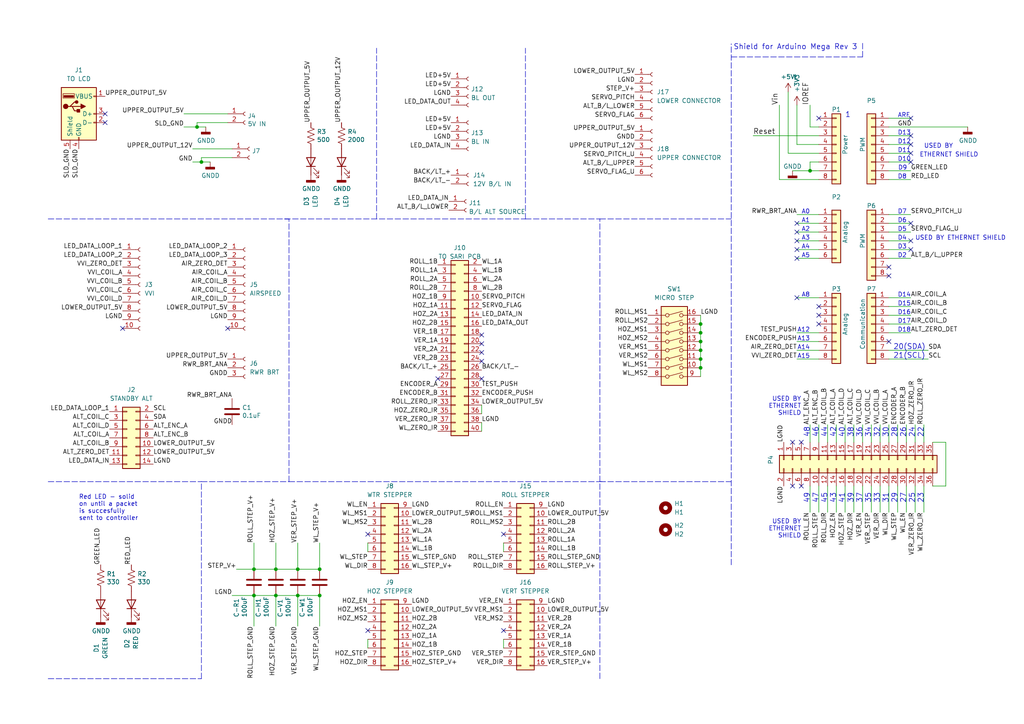
<source format=kicad_sch>
(kicad_sch (version 20211123) (generator eeschema)
  (paper "A4")
  (title_block (date "mar. 31 mars 2015"))
  (junction (at 86.36 165.1))
  (junction (at 73.66 165.1))
  (junction (at 73.66 172.72))
  (junction (at 58.42 46.99))
  (junction (at 203.2 106.68))
  (junction (at 86.36 172.72))
  (junction (at 234.95 49.53))
  (junction (at 57.15 36.83))
  (junction (at 80.01 172.72))
  (junction (at 203.2 96.52))
  (junction (at 203.2 104.14))
  (junction (at 203.2 93.98))
  (junction (at 92.71 172.72))
  (junction (at 80.01 165.1))
  (junction (at 203.2 101.6))
  (junction (at 203.2 99.06))
  (junction (at 92.71 165.1))
  (no_connect (at 231.14 69.85))
  (no_connect (at 237.49 93.98))
  (no_connect (at 237.49 91.44))
  (no_connect (at 237.49 88.9))
  (no_connect (at 231.14 86.36))
  (no_connect (at 257.81 99.06))
  (no_connect (at 264.16 64.77))
  (no_connect (at 264.16 46.99))
  (no_connect (at 257.81 77.47))
  (no_connect (at 231.14 74.93))
  (no_connect (at 264.16 41.91))
  (no_connect (at 264.16 34.29))
  (no_connect (at 264.16 72.39))
  (no_connect (at 127 109.855))
  (no_connect (at 139.7 104.775))
  (no_connect (at 231.14 72.39))
  (no_connect (at 257.81 80.01))
  (no_connect (at 264.16 44.45))
  (no_connect (at 264.16 39.37))
  (no_connect (at 231.14 64.77))
  (no_connect (at 139.7 97.155))
  (no_connect (at 66.04 95.25))
  (no_connect (at 264.16 69.85))
  (no_connect (at 106.68 154.94))
  (no_connect (at 139.7 99.695))
  (no_connect (at 106.68 182.88))
  (no_connect (at 146.05 182.88))
  (no_connect (at 35.56 95.25))
  (no_connect (at 237.49 34.29))
  (no_connect (at 146.05 154.94))
  (no_connect (at 139.7 109.855))
  (no_connect (at 139.7 102.235))
  (no_connect (at 30.48 35.56))
  (no_connect (at 30.48 33.02))
  (no_connect (at 231.14 67.31))
  (no_connect (at 232.41 140.97))
  (no_connect (at 229.87 140.97))
  (no_connect (at 232.41 128.27))
  (no_connect (at 229.87 128.27))
  (polyline (pts (xy 152.4 63.5) (xy 152.4 13.97)))
  (wire (pts (xy 237.49 49.53) (xy 234.95 49.53)))
  (wire (pts (xy 218.44 39.37) (xy 237.49 39.37)))
  (wire (pts (xy 228.6 26.67) (xy 228.6 44.45)))
  (wire (pts (xy 257.81 39.37) (xy 264.16 39.37)))
  (wire (pts (xy 240.03 128.27) (xy 240.03 123.19)))
  (wire (pts (xy 203.2 99.06) (xy 203.2 101.6)))
  (polyline (pts (xy 82.55 63.5) (xy 152.4 63.5)))
  (wire (pts (xy 274.32 140.97) (xy 270.51 140.97)))
  (wire (pts (xy 257.81 104.14) (xy 269.24 104.14)))
  (wire (pts (xy 260.35 128.27) (xy 260.35 123.19)))
  (wire (pts (xy 73.66 172.72) (xy 80.01 172.72)))
  (wire (pts (xy 264.16 72.39) (xy 257.81 72.39)))
  (wire (pts (xy 237.49 46.99) (xy 234.95 46.99)))
  (wire (pts (xy 274.32 128.27) (xy 274.32 140.97)))
  (wire (pts (xy 146.05 157.48) (xy 146.05 160.02)))
  (wire (pts (xy 237.49 36.83) (xy 234.95 36.83)))
  (wire (pts (xy 257.81 91.44) (xy 264.16 91.44)))
  (wire (pts (xy 203.2 93.98) (xy 203.2 96.52)))
  (wire (pts (xy 57.15 35.56) (xy 57.15 36.83)))
  (wire (pts (xy 66.04 35.56) (xy 57.15 35.56)))
  (wire (pts (xy 203.2 104.14) (xy 203.2 106.68)))
  (wire (pts (xy 240.03 140.97) (xy 240.03 148.59)))
  (polyline (pts (xy 173.99 63.5) (xy 212.09 63.5)))
  (wire (pts (xy 67.31 172.72) (xy 73.66 172.72)))
  (wire (pts (xy 237.49 96.52) (xy 231.14 96.52)))
  (wire (pts (xy 237.49 72.39) (xy 231.14 72.39)))
  (polyline (pts (xy 13.97 139.7) (xy 58.42 139.7)))
  (wire (pts (xy 73.66 157.48) (xy 73.66 165.1)))
  (wire (pts (xy 247.65 140.97) (xy 247.65 148.59)))
  (wire (pts (xy 265.43 140.97) (xy 265.43 148.59)))
  (wire (pts (xy 226.06 52.07) (xy 226.06 30.48)))
  (wire (pts (xy 58.42 46.99) (xy 60.96 46.99)))
  (wire (pts (xy 257.81 44.45) (xy 264.16 44.45)))
  (wire (pts (xy 234.95 36.83) (xy 234.95 30.48)))
  (wire (pts (xy 237.49 62.23) (xy 231.14 62.23)))
  (wire (pts (xy 203.2 106.68) (xy 203.2 109.22)))
  (wire (pts (xy 264.16 69.85) (xy 257.81 69.85)))
  (wire (pts (xy 231.14 41.91) (xy 237.49 41.91)))
  (wire (pts (xy 257.81 74.93) (xy 264.16 74.93)))
  (wire (pts (xy 68.58 165.1) (xy 73.66 165.1)))
  (wire (pts (xy 237.49 99.06) (xy 231.14 99.06)))
  (wire (pts (xy 86.36 172.72) (xy 92.71 172.72)))
  (wire (pts (xy 139.7 122.555) (xy 139.7 125.095)))
  (wire (pts (xy 92.71 181.61) (xy 92.71 172.72)))
  (wire (pts (xy 234.95 128.27) (xy 234.95 123.19)))
  (wire (pts (xy 106.68 157.48) (xy 106.68 160.02)))
  (wire (pts (xy 245.11 128.27) (xy 245.11 123.19)))
  (polyline (pts (xy 212.09 163.83) (xy 212.09 12.7)))
  (polyline (pts (xy 250.19 16.51) (xy 250.19 12.065)))
  (wire (pts (xy 255.27 140.97) (xy 255.27 148.59)))
  (wire (pts (xy 257.81 128.27) (xy 257.81 123.19)))
  (wire (pts (xy 257.81 86.36) (xy 264.16 86.36)))
  (wire (pts (xy 262.89 128.27) (xy 262.89 123.19)))
  (wire (pts (xy 57.15 36.83) (xy 59.69 36.83)))
  (polyline (pts (xy 152.4 63.5) (xy 173.99 63.5)))
  (polyline (pts (xy 212.09 16.51) (xy 250.19 16.51)))
  (wire (pts (xy 106.68 185.42) (xy 106.68 187.96)))
  (wire (pts (xy 234.95 49.53) (xy 229.87 49.53)))
  (polyline (pts (xy 58.42 196.85) (xy 58.42 139.7)))
  (wire (pts (xy 237.49 128.27) (xy 237.49 123.19)))
  (wire (pts (xy 234.95 140.97) (xy 234.95 148.59)))
  (polyline (pts (xy 173.99 139.7) (xy 173.99 63.5)))
  (wire (pts (xy 237.49 101.6) (xy 231.14 101.6)))
  (wire (pts (xy 257.81 49.53) (xy 264.16 49.53)))
  (wire (pts (xy 55.88 43.18) (xy 67.31 43.18)))
  (polyline (pts (xy 173.99 139.7) (xy 212.09 139.7)))
  (wire (pts (xy 252.73 128.27) (xy 252.73 123.19)))
  (wire (pts (xy 203.2 91.44) (xy 203.2 93.98)))
  (polyline (pts (xy 83.82 139.7) (xy 83.82 63.5)))
  (polyline (pts (xy 13.97 63.5) (xy 83.82 63.5)))
  (wire (pts (xy 237.49 86.36) (xy 231.14 86.36)))
  (wire (pts (xy 245.11 140.97) (xy 245.11 148.59)))
  (wire (pts (xy 267.97 140.97) (xy 267.97 148.59)))
  (wire (pts (xy 257.81 46.99) (xy 264.16 46.99)))
  (wire (pts (xy 237.49 67.31) (xy 231.14 67.31)))
  (wire (pts (xy 92.71 157.48) (xy 92.71 165.1)))
  (polyline (pts (xy 13.97 196.85) (xy 58.42 196.85)))
  (wire (pts (xy 257.81 62.23) (xy 264.16 62.23)))
  (wire (pts (xy 231.14 30.48) (xy 231.14 41.91)))
  (wire (pts (xy 257.81 36.83) (xy 280.67 36.83)))
  (wire (pts (xy 237.49 74.93) (xy 231.14 74.93)))
  (wire (pts (xy 234.95 46.99) (xy 234.95 49.53)))
  (wire (pts (xy 237.49 64.77) (xy 231.14 64.77)))
  (wire (pts (xy 139.7 117.475) (xy 139.7 120.015)))
  (wire (pts (xy 242.57 128.27) (xy 242.57 123.19)))
  (wire (pts (xy 80.01 181.61) (xy 80.01 172.72)))
  (wire (pts (xy 257.81 96.52) (xy 264.16 96.52)))
  (wire (pts (xy 237.49 140.97) (xy 237.49 148.59)))
  (wire (pts (xy 73.66 181.61) (xy 73.66 172.72)))
  (wire (pts (xy 269.24 101.6) (xy 257.81 101.6)))
  (wire (pts (xy 237.49 104.14) (xy 231.14 104.14)))
  (wire (pts (xy 274.32 128.27) (xy 270.51 128.27)))
  (wire (pts (xy 203.2 96.52) (xy 203.2 99.06)))
  (polyline (pts (xy 83.82 139.7) (xy 175.26 139.7)))
  (wire (pts (xy 257.81 34.29) (xy 264.16 34.29)))
  (wire (pts (xy 203.2 101.6) (xy 203.2 104.14)))
  (wire (pts (xy 262.89 140.97) (xy 262.89 148.59)))
  (wire (pts (xy 257.81 52.07) (xy 264.16 52.07)))
  (wire (pts (xy 255.27 128.27) (xy 255.27 123.19)))
  (wire (pts (xy 257.81 88.9) (xy 264.16 88.9)))
  (wire (pts (xy 80.01 157.48) (xy 80.01 165.1)))
  (wire (pts (xy 260.35 140.97) (xy 260.35 148.59)))
  (wire (pts (xy 86.36 157.48) (xy 86.36 165.1)))
  (wire (pts (xy 53.34 33.02) (xy 66.04 33.02)))
  (wire (pts (xy 80.01 165.1) (xy 86.36 165.1)))
  (wire (pts (xy 265.43 128.27) (xy 265.43 123.19)))
  (wire (pts (xy 86.36 181.61) (xy 86.36 172.72)))
  (polyline (pts (xy 109.22 63.5) (xy 109.22 13.97)))
  (wire (pts (xy 247.65 128.27) (xy 247.65 123.19)))
  (polyline (pts (xy 58.42 139.7) (xy 83.82 139.7)))
  (wire (pts (xy 257.81 93.98) (xy 264.16 93.98)))
  (wire (pts (xy 257.81 41.91) (xy 264.16 41.91)))
  (wire (pts (xy 250.19 140.97) (xy 250.19 148.59)))
  (wire (pts (xy 146.05 185.42) (xy 146.05 187.96)))
  (wire (pts (xy 73.66 165.1) (xy 80.01 165.1)))
  (wire (pts (xy 53.34 36.83) (xy 57.15 36.83)))
  (wire (pts (xy 58.42 45.72) (xy 58.42 46.99)))
  (polyline (pts (xy 173.99 196.85) (xy 173.99 139.7)))
  (wire (pts (xy 228.6 44.45) (xy 237.49 44.45)))
  (wire (pts (xy 86.36 165.1) (xy 92.71 165.1)))
  (wire (pts (xy 55.88 46.99) (xy 58.42 46.99)))
  (wire (pts (xy 252.73 140.97) (xy 252.73 148.59)))
  (wire (pts (xy 257.81 140.97) (xy 257.81 148.59)))
  (wire (pts (xy 80.01 172.72) (xy 86.36 172.72)))
  (wire (pts (xy 257.81 64.77) (xy 264.16 64.77)))
  (wire (pts (xy 267.97 128.27) (xy 267.97 123.19)))
  (wire (pts (xy 237.49 69.85) (xy 231.14 69.85)))
  (wire (pts (xy 242.57 140.97) (xy 242.57 148.59)))
  (wire (pts (xy 237.49 52.07) (xy 226.06 52.07)))
  (wire (pts (xy 264.16 67.31) (xy 257.81 67.31)))
  (wire (pts (xy 250.19 128.27) (xy 250.19 123.19)))
  (wire (pts (xy 67.31 45.72) (xy 58.42 45.72)))
  (text "A14" (at 234.95 101.6 180) (effects (font (size 1.27 1.27)) (justify right bottom)))
  (text "24" (at 265.43 127 90) (effects (font (size 1.524 1.524)) (justify left bottom)))
  (text "ARF" (at 260.35 34.29 0) (effects (font (size 1.27 1.27)) (justify left bottom)))
  (text "D7" (at 260.35 62.23 0) (effects (font (size 1.27 1.27)) (justify left bottom)))
  (text "A5" (at 234.95 74.93 180) (effects (font (size 1.27 1.27)) (justify right bottom)))
  (text "D2" (at 260.35 74.93 0) (effects (font (size 1.27 1.27)) (justify left bottom)))
  (text "33" (at 255.27 146.05 90) (effects (font (size 1.524 1.524)) (justify left bottom)))
  (text "D3" (at 260.35 72.39 0) (effects (font (size 1.27 1.27)) (justify left bottom)))
  (text "Shield for Arduino Mega Rev 3" (at 212.725 14.605 0) (effects (font (size 1.524 1.524)) (justify left bottom)))
  (text "USED BY\nETHERNET\nSHIELD" (at 232.41 120.65 180) (effects (font (size 1.27 1.27)) (justify right bottom)))
  (text "D10" (at 260.35 46.99 0) (effects (font (size 1.27 1.27)) (justify left bottom)))
  (text "D6" (at 260.35 64.77 0) (effects (font (size 1.27 1.27)) (justify left bottom)))
  (text "34" (at 252.73 127 90) (effects (font (size 1.524 1.524)) (justify left bottom)))
  (text "ETHERNET SHIELD" (at 266.7 45.72 0) (effects (font (size 1.27 1.27)) (justify left bottom)))
  (text "A8" (at 234.95 86.36 180) (effects (font (size 1.27 1.27)) (justify right bottom)))
  (text "USED BY ETHERNET SHIELD" (at 265.43 69.85 0) (effects (font (size 1.27 1.27)) (justify left bottom)))
  (text "44" (at 240.03 126.9443 90) (effects (font (size 1.524 1.524)) (justify left bottom)))
  (text "38" (at 247.65 127 90) (effects (font (size 1.524 1.524)) (justify left bottom)))
  (text "39" (at 247.65 146.05 90) (effects (font (size 1.524 1.524)) (justify left bottom)))
  (text "A4" (at 234.95 72.39 180) (effects (font (size 1.27 1.27)) (justify right bottom)))
  (text "23" (at 267.97 146.05 90) (effects (font (size 1.524 1.524)) (justify left bottom)))
  (text "D13" (at 260.35 39.37 0) (effects (font (size 1.27 1.27)) (justify left bottom)))
  (text "45" (at 240.03 146.05 90) (effects (font (size 1.524 1.524)) (justify left bottom)))
  (text "27" (at 262.89 146.05 90) (effects (font (size 1.524 1.524)) (justify left bottom)))
  (text "D9" (at 260.4525 49.53 0) (effects (font (size 1.27 1.27)) (justify left bottom)))
  (text "37" (at 250.19 146.05 90) (effects (font (size 1.524 1.524)) (justify left bottom)))
  (text "Red LED - solid\non until a packet\nis succesfully \nsent to controller" (at 22.86 151.13 0) (effects (font (size 1.27 1.27)) (justify left bottom)))
  (text "43" (at 242.57 146.05 90) (effects (font (size 1.524 1.524)) (justify left bottom)))
  (text "A13" (at 234.95 99.06 180) (effects (font (size 1.27 1.27)) (justify right bottom)))
  (text "USED BY\nETHERNET\nSHIELD" (at 232.41 156.21 180) (effects (font (size 1.27 1.27)) (justify right bottom)))
  (text "26" (at 262.89 127 90) (effects (font (size 1.524 1.524)) (justify left bottom)))
  (text "32" (at 255.27 127 90) (effects (font (size 1.524 1.524)) (justify left bottom)))
  (text "A12" (at 234.95 96.52 180) (effects (font (size 1.27 1.27)) (justify right bottom)))
  (text "22" (at 267.97 127 90) (effects (font (size 1.524 1.524)) (justify left bottom)))
  (text "48" (at 234.95 126.9443 90) (effects (font (size 1.524 1.524)) (justify left bottom)))
  (text "D14" (at 260.35 86.36 0) (effects (font (size 1.27 1.27)) (justify left bottom)))
  (text "A15" (at 234.95 104.14 180) (effects (font (size 1.27 1.27)) (justify right bottom)))
  (text "31" (at 257.81 146.05 90) (effects (font (size 1.524 1.524)) (justify left bottom)))
  (text "30" (at 257.81 127 90) (effects (font (size 1.524 1.524)) (justify left bottom)))
  (text "46" (at 237.49 126.9443 90) (effects (font (size 1.524 1.524)) (justify left bottom)))
  (text "42" (at 242.57 126.9443 90) (effects (font (size 1.524 1.524)) (justify left bottom)))
  (text "D15" (at 260.35 88.9 0) (effects (font (size 1.27 1.27)) (justify left bottom)))
  (text "29" (at 260.35 146.05 90) (effects (font (size 1.524 1.524)) (justify left bottom)))
  (text "1" (at 245.11 34.29 0) (effects (font (size 1.524 1.524)) (justify left bottom)))
  (text "A0" (at 234.95 62.23 180) (effects (font (size 1.27 1.27)) (justify right bottom)))
  (text "D12" (at 260.35 41.91 0) (effects (font (size 1.27 1.27)) (justify left bottom)))
  (text "D17" (at 260.35 93.98 0) (effects (font (size 1.27 1.27)) (justify left bottom)))
  (text "D11" (at 260.35 44.45 0) (effects (font (size 1.27 1.27)) (justify left bottom)))
  (text "A1" (at 234.95 64.77 180) (effects (font (size 1.27 1.27)) (justify right bottom)))
  (text "20(SDA)" (at 259.08 101.6 0) (effects (font (size 1.524 1.524)) (justify left bottom)))
  (text "41" (at 245.11 146.05 90) (effects (font (size 1.524 1.524)) (justify left bottom)))
  (text "21(SCL)" (at 259.08 104.14 0) (effects (font (size 1.524 1.524)) (justify left bottom)))
  (text "49" (at 234.95 146.05 90) (effects (font (size 1.524 1.524)) (justify left bottom)))
  (text "40" (at 245.11 127 90) (effects (font (size 1.524 1.524)) (justify left bottom)))
  (text "D16" (at 260.35 91.44 0) (effects (font (size 1.27 1.27)) (justify left bottom)))
  (text "A3" (at 234.95 69.85 180) (effects (font (size 1.27 1.27)) (justify right bottom)))
  (text "D8" (at 260.35 52.07 0) (effects (font (size 1.27 1.27)) (justify left bottom)))
  (text "25" (at 265.43 146.05 90) (effects (font (size 1.524 1.524)) (justify left bottom)))
  (text "47" (at 237.49 146.05 90) (effects (font (size 1.524 1.524)) (justify left bottom)))
  (text "USED BY" (at 267.97 43.18 0) (effects (font (size 1.27 1.27)) (justify left bottom)))
  (text "35" (at 252.73 146.05 90) (effects (font (size 1.524 1.524)) (justify left bottom)))
  (text "28" (at 260.35 127 90) (effects (font (size 1.524 1.524)) (justify left bottom)))
  (text "A2" (at 234.95 67.31 180) (effects (font (size 1.27 1.27)) (justify right bottom)))
  (text "36" (at 250.19 127 90) (effects (font (size 1.524 1.524)) (justify left bottom)))
  (text "D18" (at 260.35 96.52 0) (effects (font (size 1.27 1.27)) (justify left bottom)))
  (text "D4" (at 260.35 69.85 0) (effects (font (size 1.27 1.27)) (justify left bottom)))
  (text "D5" (at 260.35 67.31 0) (effects (font (size 1.27 1.27)) (justify left bottom)))
  (label "WL_2B" (at 119.38 152.4 0))
  (label "WL_DIR" (at 257.81 148.59 270))
  (label "ALT_COIL_C" (at 31.75 121.92 180))
  (label "ROLL_1A" (at 158.75 157.48 0))
  (label "WL_ZERO_IR" (at 267.97 148.59 270))
  (label "VVI_COIL_B" (at 255.27 123.19 90))
  (label "ALT_COIL_B" (at 240.03 123.19 90))
  (label "ENCODER_B" (at 127 114.935 180))
  (label "ROLL_2B" (at 127 84.455 180))
  (label "ROLL_2B" (at 158.75 152.4 0))
  (label "ROLL_MS2" (at 187.96 93.98 180))
  (label "WL_MS1" (at 106.68 149.86 180))
  (label "ALT_B{slash}L_LOWER" (at 184.15 31.75 180))
  (label "WL_EN" (at 262.89 148.59 270))
  (label "TEST_PUSH" (at 139.7 112.395 0))
  (label "LED_DATA_LOOP_3" (at 66.04 74.93 180))
  (label "AIR_COIL_D" (at 66.04 87.63 180))
  (label "GND" (at 55.88 46.99 180))
  (label "ENCODER_A" (at 127 112.395 180))
  (label "SERVO_FLAG" (at 139.7 89.535 0))
  (label "HOZ_ZERO_IR" (at 265.43 123.19 90))
  (label "UPPER_OUTPUT_5V" (at 66.04 104.14 180))
  (label "ROLL_2A" (at 127 81.915 180))
  (label "ENCODER_B" (at 262.89 123.19 90))
  (label "GNDD" (at 184.15 40.64 180))
  (label "VVI_COIL_D" (at 250.19 123.19 90))
  (label "LGND" (at 130.81 27.94 180))
  (label "WL_STEP" (at 260.35 148.59 270))
  (label "BACK{slash}LT_-" (at 130.81 53.34 180))
  (label "VER_1B" (at 127 97.155 180))
  (label "HOZ_STEP" (at 245.11 148.59 270))
  (label "LED+5V" (at 130.81 38.1 180))
  (label "ROLL_EN" (at 234.95 148.59 270))
  (label "ROLL_EN" (at 146.05 147.32 180))
  (label "ROLL_STEP_GND" (at 158.75 162.56 0))
  (label "LGND" (at 227.33 140.97 270))
  (label "LGND" (at 67.31 172.72 180))
  (label "GNDD" (at 67.31 123.19 180))
  (label "SERVO_FLAG_U" (at 264.16 67.31 0))
  (label "HOZ_2A" (at 127 92.075 180))
  (label "Vin" (at 226.06 30.48 90) (effects (font (size 1.524 1.524))))
  (label "HOZ_2B" (at 127 94.615 180))
  (label "UPPER_OUTPUT_5V" (at 53.34 33.02 180))
  (label "VER_MS1" (at 187.96 101.6 180))
  (label "HOZ_STEP_V+" (at 119.38 193.04 0))
  (label "IOREF" (at 234.95 30.48 90) (effects (font (size 1.524 1.524))))
  (label "LOWER_OUTPUT_5V" (at 158.75 149.86 0))
  (label "WL_MS1" (at 187.96 106.68 180))
  (label "WL_2B" (at 139.7 84.455 0))
  (label "LGND" (at 130.81 40.64 180))
  (label "LGND" (at 119.38 147.32 0))
  (label "ROLL_MS1" (at 187.96 91.44 180))
  (label "WL_2A" (at 139.7 81.915 0))
  (label "LED+5V" (at 130.81 35.56 180))
  (label "VER_2B" (at 127 104.775 180))
  (label "HOZ_STEP_GND" (at 80.01 181.61 270))
  (label "AIR_COIL_D" (at 264.16 93.98 0))
  (label "WL_MS2" (at 106.68 152.4 180))
  (label "ROLL_STEP_V+" (at 73.66 157.48 90))
  (label "HOZ_ZERO_IR" (at 127 120.015 180))
  (label "WL_STEP_GND" (at 119.38 162.56 0))
  (label "LOWER_OUTPUT_5V" (at 184.15 21.59 180))
  (label "UPPER_OUTPUT_12V" (at 184.15 43.18 180))
  (label "RED_LED" (at 264.16 52.07 0))
  (label "WL_1A" (at 119.38 157.48 0))
  (label "ROLL_MS2" (at 146.05 152.4 180))
  (label "AIR_COIL_B" (at 66.04 82.55 180))
  (label "Reset" (at 218.44 39.37 0) (effects (font (size 1.524 1.524))))
  (label "HOZ_DIR" (at 247.65 148.59 270))
  (label "HOZ_1A" (at 127 89.535 180))
  (label "WL_1A" (at 139.7 76.835 0))
  (label "UPPER_OUTPUT_5V" (at 184.15 38.1 180))
  (label "HOZ_STEP" (at 106.68 190.5 180))
  (label "LGND" (at 184.15 24.13 180))
  (label "ALT_ENC_B" (at 237.49 123.19 90))
  (label "SERVO_FLAG" (at 184.15 34.29 180))
  (label "SLD_GND" (at 22.86 43.18 270))
  (label "LED_DATA_LOOP_2" (at 66.04 72.39 180))
  (label "SERVO_PITCH" (at 139.7 86.995 0))
  (label "STEP_V+" (at 184.15 26.67 180))
  (label "LGND" (at 119.38 175.26 0))
  (label "ALT_ENC_B" (at 44.45 127 0))
  (label "ROLL_STEP" (at 237.49 148.59 270))
  (label "LGND" (at 35.56 92.71 180))
  (label "GREEN_LED" (at 264.16 49.53 0))
  (label "LOWER_OUTPUT_5V" (at 119.38 149.86 0))
  (label "LED_DATA_OUT" (at 130.81 30.48 180))
  (label "ALT_B{slash}L_LOWER" (at 130.175 60.96 180))
  (label "VER_1A" (at 158.75 185.42 0))
  (label "HOZ_STEP_V+" (at 80.01 157.48 90))
  (label "VER_ZERO_IR" (at 265.43 148.59 270))
  (label "AIR_COIL_C" (at 66.04 85.09 180))
  (label "SLD_GND" (at 20.32 43.18 270))
  (label "BACK{slash}LT_+" (at 130.81 50.8 180))
  (label "VVI_COIL_C" (at 35.56 85.09 180))
  (label "HOZ_DIR" (at 106.68 193.04 180))
  (label "LED_DATA_IN" (at 139.7 92.075 0))
  (label "LGND" (at 227.33 128.27 90))
  (label "LOWER_OUTPUT_5V" (at 44.45 129.54 0))
  (label "ROLL_1B" (at 158.75 160.02 0))
  (label "VER_STEP_GND" (at 86.36 181.61 270))
  (label "ENCODER_A" (at 260.35 123.19 90))
  (label "VVI_ZERO_DET" (at 35.56 77.47 180))
  (label "LGND" (at 44.45 134.62 0))
  (label "VER_2A" (at 127 102.235 180))
  (label "LED_DATA_IN" (at 130.175 58.42 180))
  (label "LOWER_OUTPUT_5V" (at 35.56 90.17 180))
  (label "SCL" (at 269.24 104.14 0))
  (label "AIR_COIL_C" (at 264.16 91.44 0))
  (label "LOWER_OUTPUT_5V" (at 66.04 90.17 180))
  (label "RWR_BRT_ANA" (at 67.31 115.57 180))
  (label "WL_MS2" (at 187.96 109.22 180))
  (label "SERVO_PITCH_U" (at 264.16 62.23 0))
  (label "LOWER_OUTPUT_5V" (at 119.38 177.8 0))
  (label "ENCODER_PUSH" (at 139.7 114.935 0))
  (label "ALT_ZERO_DET" (at 264.16 96.52 0))
  (label "LED_DATA_IN" (at 31.75 134.62 180))
  (label "STEP_V+" (at 68.58 165.1 180))
  (label "ROLL_STEP" (at 146.05 162.56 180))
  (label "VVI_COIL_D" (at 35.56 87.63 180))
  (label "ALT_ZERO_DET" (at 31.75 132.08 180))
  (label "RWR_BRT_ANA" (at 231.14 62.23 180))
  (label "SDA" (at 269.24 101.6 0))
  (label "ALT_COIL_B" (at 31.75 129.54 180))
  (label "ALT_ENC_A" (at 44.45 124.46 0))
  (label "VVI_ZERO_DET" (at 231.14 104.14 180))
  (label "SDA" (at 44.45 121.92 0))
  (label "ROLL_DIR" (at 240.03 148.59 270))
  (label "HOZ_1B" (at 119.38 187.96 0))
  (label "WL_1B" (at 119.38 160.02 0))
  (label "VER_EN" (at 250.19 148.59 270))
  (label "UPPER_OUTPUT_12V" (at 99.06 35.56 90))
  (label "SERVO_PITCH" (at 184.15 29.21 180))
  (label "WL_STEP_V+" (at 92.71 157.48 90))
  (label "SERVO_FLAG_U" (at 184.15 50.8 180))
  (label "ROLL_2A" (at 158.75 154.94 0))
  (label "SLD_GND" (at 53.34 36.83 180))
  (label "VER_2A" (at 158.75 182.88 0))
  (label "HOZ_MS1" (at 187.96 96.52 180))
  (label "HOZ_MS2" (at 187.96 99.06 180))
  (label "WL_EN" (at 106.68 147.32 180))
  (label "VER_2B" (at 158.75 180.34 0))
  (label "VER_STEP" (at 146.05 190.5 180))
  (label "HOZ_2B" (at 119.38 180.34 0))
  (label "VER_STEP_V+" (at 158.75 193.04 0))
  (label "HOZ_MS1" (at 106.68 177.8 180))
  (label "ROLL_STEP_V+" (at 158.75 165.1 0))
  (label "VER_MS2" (at 146.05 180.34 180))
  (label "SERVO_PITCH_U" (at 184.15 45.72 180))
  (label "ALT_COIL_A" (at 31.75 127 180))
  (label "ENCODER_PUSH" (at 231.14 99.06 180))
  (label "LED_DATA_IN" (at 130.81 43.18 180))
  (label "ROLL_MS1" (at 146.05 149.86 180))
  (label "ROLL_ZERO_IR" (at 267.97 123.19 90))
  (label "LGND" (at 203.2 91.44 0))
  (label "ALT_COIL_D" (at 245.11 123.19 90))
  (label "ROLL_DIR" (at 146.05 165.1 180))
  (label "WL_STEP" (at 106.68 162.56 180))
  (label "WL_STEP_V+" (at 119.38 165.1 0))
  (label "LGND" (at 158.75 175.26 0))
  (label "ROLL_STEP_GND" (at 73.66 181.61 270))
  (label "AIR_COIL_B" (at 264.16 88.9 0))
  (label "VER_MS2" (at 187.96 104.14 180))
  (label "AIR_COIL_A" (at 264.16 86.36 0))
  (label "VER_1A" (at 127 99.695 180))
  (label "UPPER_OUTPUT_5V" (at 90.17 35.56 90))
  (label "ALT_COIL_A" (at 242.57 123.19 90))
  (label "LED_DATA_LOOP_1" (at 31.75 119.38 180))
  (label "WL_1B" (at 139.7 79.375 0))
  (label "ROLL_1B" (at 127 76.835 180))
  (label "ALT_ENC_A" (at 234.95 123.19 90))
  (label "VER_STEP_GND" (at 158.75 190.5 0))
  (label "UPPER_OUTPUT_12V" (at 55.88 43.18 180))
  (label "ALT_B{slash}L_UPPER" (at 264.16 74.93 0))
  (label "ALT_COIL_D" (at 31.75 124.46 180))
  (label "HOZ_2A" (at 119.38 182.88 0))
  (label "AIR_COIL_A" (at 66.04 80.01 180))
  (label "LOWER_OUTPUT_5V" (at 139.7 117.475 0))
  (label "VER_ZERO_IR" (at 127 122.555 180))
  (label "WL_DIR" (at 106.68 165.1 180))
  (label "LGND" (at 158.75 147.32 0))
  (label "HOZ_1B" (at 127 86.995 180))
  (label "LED_DATA_OUT" (at 139.7 94.615 0))
  (label "AIR_ZERO_DET" (at 66.04 77.47 180))
  (label "GND" (at 260.35 36.83 0))
  (label "GREEN_LED" (at 29.21 163.83 90))
  (label "LED+5V" (at 130.81 22.86 180))
  (label "ALT_B{slash}L_UPPER" (at 184.15 48.26 180))
  (label "LED_DATA_LOOP_1" (at 35.56 72.39 180))
  (label "LED_DATA_LOOP_2" (at 35.56 74.93 180))
  (label "AIR_ZERO_DET" (at 231.14 101.6 180))
  (label "VVI_COIL_A" (at 257.81 123.19 90))
  (label "TEST_PUSH" (at 231.14 96.52 180))
  (label "VER_MS1" (at 146.05 177.8 180))
  (label "VER_DIR" (at 146.05 193.04 180))
  (label "BACK{slash}LT_-" (at 139.7 107.315 0))
  (label "HOZ_1A" (at 119.38 185.42 0))
  (label "WL_STEP_GND" (at 92.71 181.61 270))
  (label "HOZ_MS2" (at 106.68 180.34 180))
  (label "VER_EN" (at 146.05 175.26 180))
  (label "LOWER_OUTPUT_5V" (at 158.75 177.8 0))
  (label "VVI_COIL_C" (at 252.73 123.19 90))
  (label "VVI_COIL_A" (at 35.56 80.01 180))
  (label "LED+5V" (at 130.81 25.4 180))
  (label "WL_2A" (at 119.38 154.94 0))
  (label "LOWER_OUTPUT_5V" (at 44.45 132.08 0))
  (label "HOZ_STEP_GND" (at 119.38 190.5 0))
  (label "ROLL_1A" (at 127 79.375 180))
  (label "VVI_COIL_B" (at 35.56 82.55 180))
  (label "SCL" (at 44.45 119.38 0))
  (label "VER_STEP" (at 252.73 148.59 270))
  (label "LGND" (at 139.7 122.555 0))
  (label "WL_ZERO_IR" (at 127 125.095 180))
  (label "VER_DIR" (at 255.27 148.59 270))
  (label "ROLL_ZERO_IR" (at 127 117.475 180))
  (label "GNDD" (at 66.04 109.22 180))
  (label "HOZ_EN" (at 106.68 175.26 180))
  (label "VER_STEP_V+" (at 86.36 157.48 90))
  (label "ALT_COIL_C" (at 247.65 123.19 90))
  (label "RWR_BRT_ANA" (at 66.04 106.68 180))
  (label "VER_1B" (at 158.75 187.96 0))
  (label "RED_LED" (at 38.1 163.83 90))
  (label "LGND" (at 66.04 92.71 180))
  (label "HOZ_EN" (at 242.57 148.59 270))
  (label "UPPER_OUTPUT_5V" (at 30.48 27.94 0))
  (label "BACK{slash}LT_+" (at 127 107.315 180))
  (symbol (lib_id "Connector_Generic:Conn_01x08") (at 242.57 41.91 0) (unit 1)
    (property "Reference" "P1" (at 242.57 31.75 0))
    (property "Value" "Power" (at 245.11 41.91 90))
    (property "Footprint" "Socket_Arduino_Mega:Socket_Strip_Arduino_1x08" (effects hide))
  )
  (symbol (lib_id "power:+3V3") (at 231.14 30.48 0) (unit 1)
    (property "Reference" "#PWR09" (effects hide))
    (property "Value" "+3.3V" (at 231.14 24.13 90))
  )
  (symbol (lib_id "Connector_Generic:Conn_01x08") (at 252.73 41.91 0) (mirror y) (unit 1)
    (property "Reference" "P5" (at 252.73 29.21 0))
    (property "Value" "PWM" (at 250.19 41.91 90))
    (property "Footprint" "Socket_Arduino_Mega:Socket_Strip_Arduino_1x08" (effects hide))
  )
  (symbol (lib_id "Connector_Generic:Conn_01x06") (at 242.57 67.31 0) (unit 1)
    (property "Reference" "P2" (at 242.57 57.15 0))
    (property "Value" "Analog" (at 245.11 67.31 90))
    (property "Footprint" "Connector_PinHeader_2.54mm:PinHeader_1x06_P2.54mm_Vertical" (effects hide))
  )
  (symbol (lib_id "Connector_Generic:Conn_01x08") (at 252.73 69.85 0) (mirror y) (unit 1)
    (property "Reference" "P6" (at 252.73 59.69 0))
    (property "Value" "PWM" (at 250.19 69.85 90))
    (property "Footprint" "Socket_Arduino_Mega:Socket_Strip_Arduino_1x08" (effects hide))
  )
  (symbol (lib_id "Connector_Generic:Conn_01x08") (at 242.57 93.98 0) (unit 1)
    (property "Reference" "P3" (at 242.57 83.82 0))
    (property "Value" "Analog" (at 245.11 93.98 90))
    (property "Footprint" "Socket_Arduino_Mega:Socket_Strip_Arduino_1x08" (effects hide))
  )
  (symbol (lib_id "Connector_Generic:Conn_01x08") (at 252.73 93.98 0) (mirror y) (unit 1)
    (property "Reference" "P7" (at 252.73 83.82 0))
    (property "Value" "Communication" (at 250.19 93.98 90))
    (property "Footprint" "Socket_Arduino_Mega:Socket_Strip_Arduino_1x08" (effects hide))
  )
  (symbol (lib_id "Connector_Generic:Conn_02x18_Odd_Even") (at 247.65 133.35 90) (mirror x) (unit 1)
    (property "Reference" "P4" (at 223.52 133.35 0))
    (property "Value" "Digital" (effects hide))
    (property "Footprint" "Socket_Arduino_Mega:Socket_Strip_Arduino_2x18" (effects hide))
  )
  (symbol (lib_id "power:+5VL") (at 228.6 26.67 0) (unit 1)
    (property "Reference" "#PWR07" (effects hide))
    (property "Value" "+5VL" (at 228.981 22.2758 0))
  )
  (symbol (lib_id "power:GNDD") (at 229.87 49.53 0) (unit 1)
    (property "Reference" "#PWR08" (effects hide))
    (property "Value" "GNDD" (at 229.87 48.26 0))
  )
  (symbol (lib_id "power:GNDD") (at 280.67 36.83 0) (unit 1)
    (property "Reference" "#PWR010" (effects hide))
    (property "Value" "GNDD" (at 280.7716 40.767 0))
  )
  (symbol (lib_id "Connector_Generic:Conn_02x08_Top_Bottom") (at 151.13 182.88 0) (unit 1)
    (property "Reference" "J16" (at 152.4 168.91 0))
    (property "Value" "VERT STEPPER" (at 152.4 171.45 0))
    (property "Footprint" "Module:Pololu_Breakout-16_15.2x20.3mm" (effects hide))
  )
  (symbol (lib_id "Device:LED") (at 99.06 46.99 90) (unit 1)
    (property "Reference" "D4" (at 97.79 58.42 0))
    (property "Value" "LED" (at 100.33 58.42 0))
    (property "Footprint" "LED_THT:LED_D3.0mm" (effects hide))
  )
  (symbol (lib_id "Connector:Conn_01x06_Female") (at 189.23 43.18 0) (unit 1)
    (property "Reference" "J18" (at 190.5 43.1799 0) (effects (justify left)))
    (property "Value" "UPPER CONNECTOR" (at 190.5 45.7199 0) (effects (justify left)))
    (property "Footprint" "Connector_JST:JST_XH_B6B-XH-A_1x06_P2.50mm_Vertical" (effects hide))
  )
  (symbol (lib_id "Device:C") (at 73.66 168.91 0) (unit 1)
    (property "Reference" "C-R1" (at 68.58 179.07 90) (effects (justify left)))
    (property "Value" "100uF" (at 70.8914 179.07 90) (effects (justify left)))
    (property "Footprint" "Capacitor_THT:C_Radial_D8.0mm_H7.0mm_P3.50mm" (effects hide))
  )
  (symbol (lib_id "Connector:Conn_01x06_Female") (at 189.23 26.67 0) (unit 1)
    (property "Reference" "J17" (at 190.5 26.6699 0) (effects (justify left)))
    (property "Value" "LOWER CONNECTOR" (at 190.5 29.2099 0) (effects (justify left)))
    (property "Footprint" "Connector_JST:JST_XH_B6B-XH-A_1x06_P2.50mm_Vertical" (effects hide))
  )
  (symbol (lib_id "Device:LED") (at 29.21 175.26 90) (unit 1)
    (property "Reference" "D1" (at 27.94 187.96 0))
    (property "Value" "GREEN" (at 30.48 187.96 0))
    (property "Footprint" "LED_THT:LED_D3.0mm" (effects hide))
  )
  (symbol (lib_id "Connector:Conn_01x04_Female") (at 135.89 38.1 0) (unit 1)
    (property "Reference" "J13" (at 136.6012 38.5353 0) (effects (justify left)))
    (property "Value" "BL IN" (at 136.6012 41.0722 0) (effects (justify left)))
    (property "Footprint" "Connector_Molex:Molex_Mini-Fit_Jr_5566-04A_2x02_P4.20mm_Vertical" (effects hide))
  )
  (symbol (lib_id "Connector_Generic:Conn_02x20_Odd_Even") (at 132.08 99.695 0) (unit 1)
    (property "Reference" "J10" (at 133.35 71.8652 0))
    (property "Value" "TO SARI PCB" (at 133.35 74.4021 0))
    (property "Footprint" "Connector_IDC:IDC-Header_2x20_P2.54mm_Vertical" (effects hide))
  )
  (symbol (lib_id "Connector:Conn_01x10_Female") (at 71.12 82.55 0) (unit 1)
    (property "Reference" "J5" (at 72.39 82.5499 0) (effects (justify left)))
    (property "Value" "AIRSPEED" (at 72.39 85.0899 0) (effects (justify left)))
    (property "Footprint" "Connector_JST:JST_XH_B10B-XH-A_1x10_P2.50mm_Vertical" (effects hide))
  )
  (symbol (lib_id "Connector:USB_A") (at 22.86 33.02 0) (unit 1)
    (property "Reference" "J1" (at 22.86 20.32 0))
    (property "Value" "TO LCD" (at 22.86 22.86 0))
    (property "Footprint" "Connector_USB:USB_A_Molex_67643_Horizontal" (effects hide))
    (property "Datasheet" " ~" (effects hide))
  )
  (symbol (lib_id "Device:LED") (at 38.1 175.26 90) (unit 1)
    (property "Reference" "D2" (at 36.83 186.69 0))
    (property "Value" "RED" (at 39.37 186.3725 0))
    (property "Footprint" "LED_THT:LED_D3.0mm" (effects hide))
  )
  (symbol (lib_id "power:GNDD") (at 29.21 179.07 0) (unit 1)
    (property "Reference" "#PWR01" (effects hide))
    (property "Value" "GNDD" (at 29.3116 183.007 0))
  )
  (symbol (lib_id "Connector:Conn_01x02_Female") (at 135.89 50.8 0) (unit 1)
    (property "Reference" "J14" (at 137.16 50.7999 0) (effects (justify left)))
    (property "Value" "12V B/L IN" (at 137.16 53.3399 0) (effects (justify left)))
    (property "Footprint" "Connector_JST:JST_EH_B2B-EH-A_1x02_P2.50mm_Vertical" (effects hide))
  )
  (symbol (lib_id "power:GNDD") (at 38.1 179.07 0) (unit 1)
    (property "Reference" "#PWR02" (effects hide))
    (property "Value" "GNDD" (at 38.2016 183.007 0))
  )
  (symbol (lib_id "Connector:Conn_01x02_Female") (at 135.255 58.42 0) (unit 1)
    (property "Reference" "J11" (at 135.9662 58.8553 0) (effects (justify left)))
    (property "Value" "B/L ALT SOURCE" (at 135.9662 61.3922 0) (effects (justify left)))
    (property "Footprint" "Connector_PinHeader_2.54mm:PinHeader_1x02_P2.54mm_Vertical" (effects hide))
  )
  (symbol (lib_id "Mechanical:MountingHole") (at 193.04 147.32 0) (unit 1)
    (property "Reference" "H1" (at 195.58 146.0499 0) (effects (justify left)))
    (property "Value" "H1" (at 195.58 148.5899 0) (effects (justify left)))
    (property "Footprint" "MountingHole:MountingHole_2.5mm" (effects hide))
  )
  (symbol (lib_id "Device:C") (at 86.36 168.91 0) (unit 1)
    (property "Reference" "C-V1" (at 81.28 179.07 90) (effects (justify left)))
    (property "Value" "100uF" (at 83.5914 179.07 90) (effects (justify left)))
    (property "Footprint" "Capacitor_THT:C_Radial_D8.0mm_H7.0mm_P3.50mm" (effects hide))
  )
  (symbol (lib_id "Connector:Conn_01x03_Female") (at 71.12 106.68 0) (unit 1)
    (property "Reference" "J6" (at 72.39 105.4099 0) (effects (justify left)))
    (property "Value" "RWR BRT" (at 72.39 107.9499 0) (effects (justify left)))
    (property "Footprint" "Connector_JST:JST_XH_B3B-XH-A_1x03_P2.50mm_Vertical" (effects hide))
  )
  (symbol (lib_id "Device:C") (at 67.31 119.38 0) (unit 1)
    (property "Reference" "C1" (at 70.231 118.2116 0) (effects (justify left)))
    (property "Value" "0.1uF" (at 70.231 120.523 0) (effects (justify left)))
    (property "Footprint" "Capacitor_THT:C_Disc_D6.0mm_W2.5mm_P5.00mm" (effects hide))
  )
  (symbol (lib_id "Connector:Conn_01x10_Female") (at 40.64 82.55 0) (unit 1)
    (property "Reference" "J3" (at 41.91 82.5499 0) (effects (justify left)))
    (property "Value" "VVI" (at 41.91 85.0899 0) (effects (justify left)))
    (property "Footprint" "Connector_JST:JST_XH_B10B-XH-A_1x10_P2.50mm_Vertical" (effects hide))
  )
  (symbol (lib_id "Device:C") (at 80.01 168.91 0) (unit 1)
    (property "Reference" "C-H1" (at 74.93 179.07 90) (effects (justify left)))
    (property "Value" "100uF" (at 77.2414 179.07 90) (effects (justify left)))
    (property "Footprint" "Capacitor_THT:C_Radial_D8.0mm_H7.0mm_P3.50mm" (effects hide))
  )
  (symbol (lib_name "Conn_02x08_Top_Bottom_1") (lib_id "Connector_Generic:Conn_02x08_Top_Bottom") (at 151.13 154.94 0) (unit 1)
    (property "Reference" "J15" (at 152.4 140.97 0))
    (property "Value" "ROLL STEPPER" (at 152.4 143.51 0))
    (property "Footprint" "Module:Pololu_Breakout-16_15.2x20.3mm" (effects hide))
  )
  (symbol (lib_id "Device:R_US") (at 38.1 167.64 0) (unit 1)
    (property "Reference" "R2" (at 39.8272 166.4716 0) (effects (justify left)))
    (property "Value" "330" (at 39.8272 168.783 0) (effects (justify left)))
    (property "Footprint" "PT_Library_v001:PT_R_Axial_DIN0204_L3.6mm_D1.6mm_P2.54mm_Vertical" (effects hide))
  )
  (symbol (lib_id "Connector_Generic:Conn_02x08_Top_Bottom") (at 111.76 182.88 0) (unit 1)
    (property "Reference" "J9" (at 113.03 168.91 0))
    (property "Value" "HOZ STEPPER" (at 113.03 171.45 0))
    (property "Footprint" "Module:Pololu_Breakout-16_15.2x20.3mm" (effects hide))
  )
  (symbol (lib_id "Device:R_US") (at 90.17 39.37 0) (unit 1)
    (property "Reference" "R3" (at 91.8972 38.2016 0) (effects (justify left)))
    (property "Value" "500" (at 91.8972 40.513 0) (effects (justify left)))
    (property "Footprint" "Resistor_THT:R_Axial_DIN0204_L3.6mm_D1.6mm_P2.54mm_Vertical" (effects hide))
  )
  (symbol (lib_id "Connector:Conn_01x02_Female") (at 71.12 33.02 0) (unit 1)
    (property "Reference" "J4" (at 71.8312 33.6296 0) (effects (justify left)))
    (property "Value" "5V IN" (at 71.8312 35.941 0) (effects (justify left)))
    (property "Footprint" "Connector_BarrelJack:BarrelJack_Horizontal" (effects hide))
  )
  (symbol (lib_id "power:GNDD") (at 60.96 46.99 0) (unit 1)
    (property "Reference" "#PWR04" (effects hide))
    (property "Value" "GNDD" (at 61.0616 50.927 0))
  )
  (symbol (lib_id "Device:R_US") (at 29.21 167.64 0) (unit 1)
    (property "Reference" "R1" (at 30.9372 166.4716 0) (effects (justify left)))
    (property "Value" "330" (at 30.9372 168.783 0) (effects (justify left)))
    (property "Footprint" "Resistor_THT:R_Axial_DIN0204_L3.6mm_D1.6mm_P2.54mm_Vertical" (effects hide))
  )
  (symbol (lib_id "Connector:Conn_01x02_Female") (at 72.39 43.18 0) (unit 1)
    (property "Reference" "J7" (at 73.1012 43.7896 0) (effects (justify left)))
    (property "Value" "STEPPER IN 12-20VDC" (effects hide))
    (property "Footprint" "Connector_BarrelJack:BarrelJack_Horizontal" (effects hide))
  )
  (symbol (lib_id "Device:LED") (at 90.17 46.99 90) (unit 1)
    (property "Reference" "D3" (at 88.9 58.42 0))
    (property "Value" "LED" (at 91.44 58.42 0))
    (property "Footprint" "LED_THT:LED_D3.0mm" (effects hide))
  )
  (symbol (lib_id "Switch:SW_DIP_x08") (at 195.58 101.6 0) (unit 1)
    (property "Reference" "SW1" (at 195.58 83.82 0))
    (property "Value" "MICRO STEP" (at 195.58 86.36 0))
    (property "Footprint" "Button_Switch_THT:SW_DIP_SPSTx08_Slide_9.78x22.5mm_W7.62mm_P2.54mm" (effects hide))
  )
  (symbol (lib_id "Device:R_US") (at 99.06 39.37 0) (unit 1)
    (property "Reference" "R4" (at 100.7872 38.2016 0) (effects (justify left)))
    (property "Value" "2000" (at 100.7872 40.513 0) (effects (justify left)))
    (property "Footprint" "Resistor_THT:R_Axial_DIN0204_L3.6mm_D1.6mm_P2.54mm_Vertical" (effects hide))
  )
  (symbol (lib_id "Mechanical:MountingHole") (at 193.04 153.67 0) (unit 1)
    (property "Reference" "H2" (at 195.58 152.3999 0) (effects (justify left)))
    (property "Value" "H2" (at 195.58 154.9399 0) (effects (justify left)))
    (property "Footprint" "MountingHole:MountingHole_2.5mm" (effects hide))
  )
  (symbol (lib_id "power:GNDD") (at 90.17 50.8 0) (unit 1)
    (property "Reference" "#PWR05" (effects hide))
    (property "Value" "GNDD" (at 90.2716 54.737 0))
  )
  (symbol (lib_id "Connector_Generic:Conn_02x07_Odd_Even") (at 36.83 127 0) (unit 1)
    (property "Reference" "J2" (at 38.1 113.03 0))
    (property "Value" "STANDBY ALT" (at 38.1 115.57 0))
    (property "Footprint" "Connector_IDC:IDC-Header_2x07_P2.54mm_Vertical" (effects hide))
  )
  (symbol (lib_id "power:GNDD") (at 59.69 36.83 0) (unit 1)
    (property "Reference" "#PWR03" (effects hide))
    (property "Value" "GNDD" (at 59.7916 40.767 0))
  )
  (symbol (lib_id "power:GNDD") (at 99.06 50.8 0) (unit 1)
    (property "Reference" "#PWR06" (effects hide))
    (property "Value" "GNDD" (at 99.1616 54.737 0))
  )
  (symbol (lib_id "Device:C") (at 92.71 168.91 0) (unit 1)
    (property "Reference" "C-W1" (at 87.63 179.07 90) (effects (justify left)))
    (property "Value" "100uF" (at 89.9414 179.07 90) (effects (justify left)))
    (property "Footprint" "Capacitor_THT:C_Radial_D8.0mm_H7.0mm_P3.50mm" (effects hide))
  )
  (symbol (lib_id "Connector:Conn_01x04_Female") (at 135.89 25.4 0) (unit 1)
    (property "Reference" "J12" (at 136.6012 25.8353 0) (effects (justify left)))
    (property "Value" "BL OUT" (at 136.6012 28.3722 0) (effects (justify left)))
    (property "Footprint" "Connector_Molex:Molex_Mini-Fit_Jr_5566-04A_2x02_P4.20mm_Vertical" (effects hide))
  )
  (symbol (lib_id "Connector_Generic:Conn_02x08_Top_Bottom") (at 111.76 154.94 0) (unit 1)
    (property "Reference" "J8" (at 113.03 140.97 0))
    (property "Value" "WTR STEPPER" (at 113.03 143.51 0))
    (property "Footprint" "Module:Pololu_Breakout-16_15.2x20.3mm" (effects hide))
  )
)
</source>
